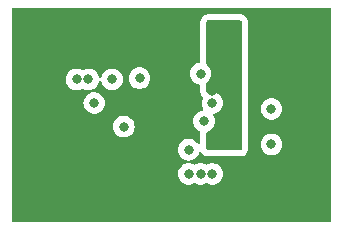
<source format=gbr>
G04 #@! TF.GenerationSoftware,KiCad,Pcbnew,8.0.3*
G04 #@! TF.CreationDate,2024-08-02T23:53:27+02:00*
G04 #@! TF.ProjectId,powermod,706f7765-726d-46f6-942e-6b696361645f,rev?*
G04 #@! TF.SameCoordinates,PXf42400PY2719c40*
G04 #@! TF.FileFunction,Copper,L2,Inr*
G04 #@! TF.FilePolarity,Positive*
%FSLAX46Y46*%
G04 Gerber Fmt 4.6, Leading zero omitted, Abs format (unit mm)*
G04 Created by KiCad (PCBNEW 8.0.3) date 2024-08-02 23:53:27*
%MOMM*%
%LPD*%
G01*
G04 APERTURE LIST*
G04 #@! TA.AperFunction,HeatsinkPad*
%ADD10C,0.500000*%
G04 #@! TD*
G04 #@! TA.AperFunction,ViaPad*
%ADD11C,0.800000*%
G04 #@! TD*
G04 #@! TA.AperFunction,ViaPad*
%ADD12C,0.600000*%
G04 #@! TD*
G04 #@! TA.AperFunction,Profile*
%ADD13C,0.120000*%
G04 #@! TD*
G04 APERTURE END LIST*
D10*
X12390000Y-4670000D03*
X12390000Y-5970000D03*
X12390000Y-7270000D03*
X13690000Y-4670000D03*
X13690000Y-5970000D03*
X13690000Y-7270000D03*
D11*
X7000000Y-6000000D03*
X6500000Y-4000000D03*
X5500000Y-4000000D03*
X15000000Y-12000000D03*
X16000000Y-12000000D03*
X17000000Y-12000000D03*
X8000000Y-8000000D03*
X26000000Y-12000000D03*
X26000000Y-10000000D03*
X26000000Y-8000000D03*
X26000000Y-6000000D03*
X17000000Y-6000003D03*
X16000000Y-3510000D03*
X16294122Y-7546240D03*
X15000000Y-9944919D03*
X10840000Y-3899669D03*
X9500000Y-8000000D03*
X8500000Y-4000000D03*
X22000000Y-6500000D03*
X22000000Y-9500000D03*
X19000000Y-5000000D03*
X18000000Y-5000000D03*
X17000000Y-5000000D03*
X19000000Y500000D03*
X19000000Y-3500000D03*
X17500000Y-3500000D03*
X17500000Y500000D03*
X18500000Y-9500000D03*
X18500000Y-6500000D03*
X26000000Y1000000D03*
X25000000Y1000000D03*
X24000000Y1000000D03*
X26000000Y-4000000D03*
X25000000Y-4000000D03*
X24000000Y-4000000D03*
X13500000Y-8500000D03*
X13500000Y-9500000D03*
X13500000Y-10500000D03*
X12500000Y-10500000D03*
X12500000Y-9500000D03*
X12500000Y-8500000D03*
X13500000Y-3500000D03*
X13500000Y-2500000D03*
X13500000Y-1500000D03*
X12500000Y-3500000D03*
X12500000Y-2500000D03*
X12500000Y-1500000D03*
D12*
X1000000Y-4000000D03*
X1000000Y-6000000D03*
X1000000Y-10000000D03*
X1000000Y-12000000D03*
X1000000Y-8000000D03*
X1000000Y-14000000D03*
G04 #@! TA.AperFunction,Conductor*
G36*
X26931621Y1969498D02*
G01*
X26978114Y1915842D01*
X26989500Y1863500D01*
X26989500Y-15863500D01*
X26969498Y-15931621D01*
X26915842Y-15978114D01*
X26863500Y-15989500D01*
X136500Y-15989500D01*
X68379Y-15969498D01*
X21886Y-15915842D01*
X10500Y-15863500D01*
X10500Y-8000000D01*
X8586496Y-8000000D01*
X8606457Y-8189927D01*
X8617887Y-8225104D01*
X8665473Y-8371556D01*
X8665476Y-8371561D01*
X8760958Y-8536941D01*
X8760965Y-8536951D01*
X8888744Y-8678864D01*
X8888747Y-8678866D01*
X9043248Y-8791118D01*
X9217712Y-8868794D01*
X9404513Y-8908500D01*
X9595487Y-8908500D01*
X9782288Y-8868794D01*
X9956752Y-8791118D01*
X10111253Y-8678866D01*
X10239040Y-8536944D01*
X10334527Y-8371556D01*
X10393542Y-8189928D01*
X10413504Y-8000000D01*
X10393542Y-7810072D01*
X10334527Y-7628444D01*
X10239040Y-7463056D01*
X10239038Y-7463054D01*
X10239034Y-7463048D01*
X10111255Y-7321135D01*
X9956752Y-7208882D01*
X9782288Y-7131206D01*
X9595487Y-7091500D01*
X9404513Y-7091500D01*
X9217711Y-7131206D01*
X9043247Y-7208882D01*
X8888744Y-7321135D01*
X8760965Y-7463048D01*
X8760958Y-7463058D01*
X8665476Y-7628438D01*
X8665473Y-7628445D01*
X8606457Y-7810072D01*
X8586496Y-8000000D01*
X10500Y-8000000D01*
X10500Y-6000000D01*
X6086496Y-6000000D01*
X6106457Y-6189927D01*
X6136526Y-6282470D01*
X6165473Y-6371556D01*
X6165474Y-6371557D01*
X6165476Y-6371561D01*
X6260958Y-6536941D01*
X6260965Y-6536951D01*
X6388744Y-6678864D01*
X6388747Y-6678866D01*
X6543248Y-6791118D01*
X6717712Y-6868794D01*
X6904513Y-6908500D01*
X7095487Y-6908500D01*
X7282288Y-6868794D01*
X7456752Y-6791118D01*
X7611253Y-6678866D01*
X7612532Y-6677446D01*
X7739034Y-6536951D01*
X7739037Y-6536947D01*
X7739040Y-6536944D01*
X7834527Y-6371556D01*
X7893542Y-6189928D01*
X7913504Y-6000000D01*
X7893542Y-5810072D01*
X7834527Y-5628444D01*
X7739040Y-5463056D01*
X7739038Y-5463054D01*
X7739034Y-5463048D01*
X7611255Y-5321135D01*
X7456752Y-5208882D01*
X7282288Y-5131206D01*
X7095487Y-5091500D01*
X6904513Y-5091500D01*
X6904511Y-5091500D01*
X6886078Y-5095418D01*
X6815287Y-5090015D01*
X6759514Y-5047848D01*
X6750418Y-5088735D01*
X6699980Y-5138699D01*
X6691366Y-5142934D01*
X6543254Y-5208878D01*
X6543248Y-5208882D01*
X6388744Y-5321135D01*
X6260965Y-5463048D01*
X6260958Y-5463058D01*
X6165476Y-5628438D01*
X6165473Y-5628444D01*
X6164576Y-5631206D01*
X6106457Y-5810072D01*
X6086496Y-6000000D01*
X10500Y-6000000D01*
X10500Y-4000000D01*
X4586496Y-4000000D01*
X4606457Y-4189927D01*
X4632873Y-4271225D01*
X4665473Y-4371556D01*
X4665476Y-4371561D01*
X4760958Y-4536941D01*
X4760965Y-4536951D01*
X4888744Y-4678864D01*
X4888747Y-4678866D01*
X5043248Y-4791118D01*
X5217712Y-4868794D01*
X5404513Y-4908500D01*
X5595487Y-4908500D01*
X5782288Y-4868794D01*
X5948755Y-4794678D01*
X6019118Y-4785245D01*
X6051240Y-4794676D01*
X6217712Y-4868794D01*
X6404513Y-4908500D01*
X6595486Y-4908500D01*
X6595487Y-4908500D01*
X6613918Y-4904582D01*
X6684706Y-4909981D01*
X6740484Y-4952149D01*
X6749584Y-4911259D01*
X6800024Y-4861297D01*
X6808622Y-4857069D01*
X6956752Y-4791118D01*
X7111253Y-4678866D01*
X7111255Y-4678864D01*
X7239034Y-4536951D01*
X7239035Y-4536949D01*
X7239040Y-4536944D01*
X7334527Y-4371556D01*
X7380167Y-4231090D01*
X7420241Y-4172486D01*
X7485638Y-4144849D01*
X7555594Y-4156956D01*
X7607900Y-4204962D01*
X7619832Y-4231089D01*
X7665473Y-4371556D01*
X7665476Y-4371561D01*
X7760958Y-4536941D01*
X7760965Y-4536951D01*
X7888744Y-4678864D01*
X7888747Y-4678866D01*
X8043248Y-4791118D01*
X8217712Y-4868794D01*
X8404513Y-4908500D01*
X8595487Y-4908500D01*
X8782288Y-4868794D01*
X8956752Y-4791118D01*
X9111253Y-4678866D01*
X9111255Y-4678864D01*
X9239034Y-4536951D01*
X9239035Y-4536949D01*
X9239040Y-4536944D01*
X9334527Y-4371556D01*
X9393542Y-4189928D01*
X9413504Y-4000000D01*
X9402959Y-3899669D01*
X9926496Y-3899669D01*
X9946457Y-4089596D01*
X9968344Y-4156956D01*
X10005473Y-4271225D01*
X10005476Y-4271230D01*
X10100958Y-4436610D01*
X10100965Y-4436620D01*
X10228744Y-4578533D01*
X10228747Y-4578535D01*
X10383248Y-4690787D01*
X10557712Y-4768463D01*
X10744513Y-4808169D01*
X10935487Y-4808169D01*
X11122288Y-4768463D01*
X11296752Y-4690787D01*
X11451253Y-4578535D01*
X11487787Y-4537960D01*
X11579034Y-4436620D01*
X11579035Y-4436618D01*
X11579040Y-4436613D01*
X11674527Y-4271225D01*
X11733542Y-4089597D01*
X11753504Y-3899669D01*
X11733542Y-3709741D01*
X11674527Y-3528113D01*
X11579040Y-3362725D01*
X11579038Y-3362723D01*
X11579034Y-3362717D01*
X11451255Y-3220804D01*
X11296752Y-3108551D01*
X11122288Y-3030875D01*
X10935487Y-2991169D01*
X10744513Y-2991169D01*
X10557711Y-3030875D01*
X10383247Y-3108551D01*
X10228744Y-3220804D01*
X10100965Y-3362717D01*
X10100958Y-3362727D01*
X10005476Y-3528107D01*
X10005473Y-3528114D01*
X9946457Y-3709741D01*
X9926496Y-3899669D01*
X9402959Y-3899669D01*
X9393542Y-3810072D01*
X9334527Y-3628444D01*
X9239040Y-3463056D01*
X9239038Y-3463054D01*
X9239034Y-3463048D01*
X9111255Y-3321135D01*
X8956752Y-3208882D01*
X8782288Y-3131206D01*
X8595487Y-3091500D01*
X8404513Y-3091500D01*
X8217711Y-3131206D01*
X8043247Y-3208882D01*
X7888744Y-3321135D01*
X7760965Y-3463048D01*
X7760958Y-3463058D01*
X7665476Y-3628438D01*
X7665473Y-3628445D01*
X7619833Y-3768908D01*
X7579759Y-3827513D01*
X7514362Y-3855150D01*
X7444405Y-3843043D01*
X7392100Y-3795036D01*
X7380167Y-3768908D01*
X7360942Y-3709741D01*
X7334527Y-3628444D01*
X7239040Y-3463056D01*
X7239038Y-3463054D01*
X7239034Y-3463048D01*
X7111255Y-3321135D01*
X6956752Y-3208882D01*
X6782288Y-3131206D01*
X6595487Y-3091500D01*
X6404513Y-3091500D01*
X6217711Y-3131206D01*
X6112231Y-3178168D01*
X6051248Y-3205320D01*
X5980882Y-3214754D01*
X5948752Y-3205320D01*
X5782288Y-3131206D01*
X5595487Y-3091500D01*
X5404513Y-3091500D01*
X5217711Y-3131206D01*
X5043247Y-3208882D01*
X4888744Y-3321135D01*
X4760965Y-3463048D01*
X4760958Y-3463058D01*
X4665476Y-3628438D01*
X4665473Y-3628445D01*
X4606457Y-3810072D01*
X4586496Y-4000000D01*
X10500Y-4000000D01*
X10500Y-1000000D01*
X11925028Y-1000000D01*
X11925028Y-11000000D01*
X14157616Y-11000000D01*
X14156919Y-10290149D01*
X14165473Y-10316475D01*
X14165476Y-10316480D01*
X14260958Y-10481860D01*
X14260965Y-10481870D01*
X14388744Y-10623783D01*
X14388747Y-10623785D01*
X14543248Y-10736037D01*
X14717712Y-10813713D01*
X14884722Y-10849212D01*
X14947195Y-10882940D01*
X14981517Y-10945090D01*
X14976789Y-11015929D01*
X14934513Y-11072967D01*
X14884723Y-11095705D01*
X14717715Y-11131204D01*
X14543247Y-11208882D01*
X14388744Y-11321135D01*
X14260965Y-11463048D01*
X14260958Y-11463058D01*
X14165476Y-11628438D01*
X14165473Y-11628445D01*
X14106457Y-11810072D01*
X14086496Y-12000000D01*
X14106457Y-12189927D01*
X14136526Y-12282470D01*
X14165473Y-12371556D01*
X14165476Y-12371561D01*
X14260958Y-12536941D01*
X14260965Y-12536951D01*
X14388744Y-12678864D01*
X14388747Y-12678866D01*
X14543248Y-12791118D01*
X14717712Y-12868794D01*
X14904513Y-12908500D01*
X15095487Y-12908500D01*
X15282288Y-12868794D01*
X15448755Y-12794678D01*
X15519118Y-12785245D01*
X15551240Y-12794676D01*
X15717712Y-12868794D01*
X15904513Y-12908500D01*
X16095487Y-12908500D01*
X16282288Y-12868794D01*
X16448755Y-12794678D01*
X16519118Y-12785245D01*
X16551240Y-12794676D01*
X16717712Y-12868794D01*
X16904513Y-12908500D01*
X17095487Y-12908500D01*
X17282288Y-12868794D01*
X17456752Y-12791118D01*
X17611253Y-12678866D01*
X17739040Y-12536944D01*
X17834527Y-12371556D01*
X17893542Y-12189928D01*
X17913504Y-12000000D01*
X17893542Y-11810072D01*
X17834527Y-11628444D01*
X17739040Y-11463056D01*
X17739038Y-11463054D01*
X17739034Y-11463048D01*
X17611255Y-11321135D01*
X17456752Y-11208882D01*
X17282288Y-11131206D01*
X17095487Y-11091500D01*
X16904513Y-11091500D01*
X16717711Y-11131206D01*
X16612231Y-11178168D01*
X16551248Y-11205320D01*
X16480882Y-11214754D01*
X16448752Y-11205320D01*
X16282288Y-11131206D01*
X16095487Y-11091500D01*
X15904513Y-11091500D01*
X15717711Y-11131206D01*
X15612231Y-11178168D01*
X15551248Y-11205320D01*
X15480882Y-11214754D01*
X15448752Y-11205320D01*
X15282288Y-11131206D01*
X15282287Y-11131205D01*
X15282283Y-11131204D01*
X15115277Y-11095705D01*
X15052803Y-11061977D01*
X15018482Y-10999827D01*
X15023210Y-10928988D01*
X15065486Y-10871951D01*
X15115275Y-10849212D01*
X15282288Y-10813713D01*
X15456752Y-10736037D01*
X15611253Y-10623785D01*
X15710555Y-10513499D01*
X15739034Y-10481870D01*
X15739035Y-10481868D01*
X15739040Y-10481863D01*
X15834527Y-10316475D01*
X15860992Y-10235023D01*
X15901066Y-10176418D01*
X15966462Y-10148781D01*
X16036419Y-10160888D01*
X16086823Y-10205840D01*
X16123306Y-10262609D01*
X16123315Y-10262621D01*
X16167575Y-10313700D01*
X16169396Y-10315920D01*
X16280258Y-10411980D01*
X16280261Y-10411982D01*
X16413210Y-10472698D01*
X16481331Y-10492700D01*
X16626000Y-10513500D01*
X16626004Y-10513500D01*
X19373994Y-10513500D01*
X19374000Y-10513500D01*
X19483149Y-10501766D01*
X19483158Y-10501764D01*
X19483159Y-10501764D01*
X19499303Y-10498251D01*
X19535491Y-10490380D01*
X19639657Y-10455710D01*
X19762612Y-10376692D01*
X19813721Y-10332405D01*
X19815924Y-10330598D01*
X19882308Y-10253984D01*
X19911982Y-10219739D01*
X19972698Y-10086790D01*
X19992700Y-10018669D01*
X20013500Y-9874000D01*
X20013500Y-9500000D01*
X21086496Y-9500000D01*
X21106457Y-9689927D01*
X21127598Y-9754991D01*
X21165473Y-9871556D01*
X21165476Y-9871561D01*
X21260958Y-10036941D01*
X21260965Y-10036951D01*
X21388744Y-10178864D01*
X21388747Y-10178866D01*
X21543248Y-10291118D01*
X21717712Y-10368794D01*
X21904513Y-10408500D01*
X22095487Y-10408500D01*
X22282288Y-10368794D01*
X22456752Y-10291118D01*
X22611253Y-10178866D01*
X22613457Y-10176418D01*
X22739034Y-10036951D01*
X22739035Y-10036949D01*
X22739040Y-10036944D01*
X22834527Y-9871556D01*
X22893542Y-9689928D01*
X22913504Y-9500000D01*
X22893542Y-9310072D01*
X22834527Y-9128444D01*
X22739040Y-8963056D01*
X22739038Y-8963054D01*
X22739034Y-8963048D01*
X22611255Y-8821135D01*
X22456752Y-8708882D01*
X22282288Y-8631206D01*
X22095487Y-8591500D01*
X21904513Y-8591500D01*
X21717711Y-8631206D01*
X21543247Y-8708882D01*
X21388744Y-8821135D01*
X21260965Y-8963048D01*
X21260958Y-8963058D01*
X21165476Y-9128438D01*
X21165473Y-9128445D01*
X21106457Y-9310072D01*
X21086496Y-9500000D01*
X20013500Y-9500000D01*
X20013500Y-6500000D01*
X21086496Y-6500000D01*
X21106457Y-6689927D01*
X21127641Y-6755122D01*
X21165473Y-6871556D01*
X21165476Y-6871561D01*
X21260958Y-7036941D01*
X21260965Y-7036951D01*
X21388744Y-7178864D01*
X21388747Y-7178866D01*
X21543248Y-7291118D01*
X21717712Y-7368794D01*
X21904513Y-7408500D01*
X22095487Y-7408500D01*
X22282288Y-7368794D01*
X22456752Y-7291118D01*
X22611253Y-7178866D01*
X22615018Y-7174685D01*
X22739034Y-7036951D01*
X22739035Y-7036949D01*
X22739040Y-7036944D01*
X22834527Y-6871556D01*
X22893542Y-6689928D01*
X22913504Y-6500000D01*
X22893542Y-6310072D01*
X22834527Y-6128444D01*
X22739040Y-5963056D01*
X22739038Y-5963054D01*
X22739034Y-5963048D01*
X22611255Y-5821135D01*
X22456752Y-5708882D01*
X22282288Y-5631206D01*
X22095487Y-5591500D01*
X21904513Y-5591500D01*
X21717711Y-5631206D01*
X21543247Y-5708882D01*
X21388744Y-5821135D01*
X21260965Y-5963048D01*
X21260958Y-5963058D01*
X21165476Y-6128438D01*
X21165473Y-6128445D01*
X21106457Y-6310072D01*
X21086496Y-6500000D01*
X20013500Y-6500000D01*
X20013500Y874000D01*
X20001766Y983149D01*
X19990380Y1035491D01*
X19955710Y1139657D01*
X19876692Y1262612D01*
X19832420Y1313704D01*
X19830600Y1315923D01*
X19719741Y1411981D01*
X19719738Y1411983D01*
X19586789Y1472699D01*
X19518677Y1492698D01*
X19518670Y1492700D01*
X19489735Y1496860D01*
X19374000Y1513500D01*
X16626000Y1513500D01*
X16625990Y1513500D01*
X16537267Y1503961D01*
X16516851Y1501766D01*
X16516848Y1501766D01*
X16516844Y1501765D01*
X16516840Y1501765D01*
X16464519Y1490383D01*
X16464498Y1490377D01*
X16360345Y1455712D01*
X16237385Y1376690D01*
X16186299Y1332424D01*
X16184080Y1330605D01*
X16088019Y1219742D01*
X16088017Y1219739D01*
X16027301Y1086790D01*
X16007302Y1018678D01*
X16007300Y1018671D01*
X16007300Y1018669D01*
X15986502Y874010D01*
X15986500Y873997D01*
X15986500Y-2482039D01*
X15966498Y-2550160D01*
X15912842Y-2596653D01*
X15886698Y-2605285D01*
X15717715Y-2641204D01*
X15543247Y-2718882D01*
X15388744Y-2831135D01*
X15260965Y-2973048D01*
X15260958Y-2973058D01*
X15165476Y-3138438D01*
X15165473Y-3138445D01*
X15106457Y-3320072D01*
X15086496Y-3510000D01*
X15106457Y-3699927D01*
X15109646Y-3709741D01*
X15165473Y-3881556D01*
X15165476Y-3881561D01*
X15260958Y-4046941D01*
X15260965Y-4046951D01*
X15388744Y-4188864D01*
X15410901Y-4204962D01*
X15543248Y-4301118D01*
X15717712Y-4378794D01*
X15886697Y-4414713D01*
X15949170Y-4448442D01*
X15983492Y-4510591D01*
X15986500Y-4537960D01*
X15986500Y-5034117D01*
X15991384Y-5104780D01*
X15996154Y-5139111D01*
X15996155Y-5139116D01*
X16010715Y-5208428D01*
X16010716Y-5208433D01*
X16070162Y-5341952D01*
X16107978Y-5402047D01*
X16107981Y-5402051D01*
X16162530Y-5466229D01*
X16191407Y-5531088D01*
X16180634Y-5601262D01*
X16175645Y-5610826D01*
X16165475Y-5628440D01*
X16165470Y-5628452D01*
X16106457Y-5810074D01*
X16086496Y-6000003D01*
X16106457Y-6189930D01*
X16136526Y-6282473D01*
X16165473Y-6371559D01*
X16165473Y-6371560D01*
X16165474Y-6371561D01*
X16219267Y-6464734D01*
X16236004Y-6533729D01*
X16212783Y-6600821D01*
X16156976Y-6644708D01*
X16136344Y-6650979D01*
X16011838Y-6677444D01*
X15837369Y-6755122D01*
X15682866Y-6867375D01*
X15555087Y-7009288D01*
X15555080Y-7009298D01*
X15459598Y-7174678D01*
X15459595Y-7174685D01*
X15400579Y-7356312D01*
X15380618Y-7546240D01*
X15400579Y-7736167D01*
X15424593Y-7810072D01*
X15459595Y-7917796D01*
X15459598Y-7917801D01*
X15555080Y-8083181D01*
X15555087Y-8083191D01*
X15682866Y-8225104D01*
X15682869Y-8225106D01*
X15837370Y-8337358D01*
X15916651Y-8372655D01*
X15970747Y-8418634D01*
X15991397Y-8486561D01*
X15990121Y-8505691D01*
X15986500Y-8530879D01*
X15986500Y-9366350D01*
X15966498Y-9434471D01*
X15912842Y-9480964D01*
X15842568Y-9491068D01*
X15777988Y-9461574D01*
X15751381Y-9429351D01*
X15739040Y-9407975D01*
X15739036Y-9407970D01*
X15739034Y-9407967D01*
X15611255Y-9266054D01*
X15456752Y-9153801D01*
X15282288Y-9076125D01*
X15095487Y-9036419D01*
X14904513Y-9036419D01*
X14717711Y-9076125D01*
X14543247Y-9153801D01*
X14388744Y-9266054D01*
X14260965Y-9407967D01*
X14260958Y-9407977D01*
X14165476Y-9573357D01*
X14165473Y-9573364D01*
X14156243Y-9601769D01*
X14147799Y-1000000D01*
X11925028Y-1000000D01*
X10500Y-1000000D01*
X10500Y1863500D01*
X30502Y1931621D01*
X84158Y1978114D01*
X136500Y1989500D01*
X26863500Y1989500D01*
X26931621Y1969498D01*
G37*
G04 #@! TD.AperFunction*
G04 #@! TA.AperFunction,Conductor*
G36*
X14156243Y-9601769D02*
G01*
X14106457Y-9754991D01*
X14086496Y-9944919D01*
X14106457Y-10134846D01*
X14134125Y-10219998D01*
X14156919Y-10290148D01*
X14157616Y-11000000D01*
X11925028Y-11000000D01*
X11925028Y-1000000D01*
X14147799Y-1000000D01*
X14156243Y-9601769D01*
G37*
G04 #@! TD.AperFunction*
G04 #@! TA.AperFunction,Conductor*
G36*
X19442121Y979998D02*
G01*
X19488614Y926342D01*
X19500000Y874000D01*
X19500000Y-9874000D01*
X19479998Y-9942121D01*
X19426342Y-9988614D01*
X19374000Y-10000000D01*
X16626000Y-10000000D01*
X16557879Y-9979998D01*
X16511386Y-9926342D01*
X16500000Y-9874000D01*
X16500000Y-8530879D01*
X16520002Y-8462758D01*
X16573658Y-8416265D01*
X16574752Y-8415772D01*
X16576410Y-8415034D01*
X16750874Y-8337358D01*
X16905375Y-8225106D01*
X17033162Y-8083184D01*
X17128649Y-7917796D01*
X17187664Y-7736168D01*
X17207626Y-7546240D01*
X17187664Y-7356312D01*
X17128649Y-7174684D01*
X17105700Y-7134936D01*
X17074855Y-7081509D01*
X17058117Y-7012513D01*
X17081338Y-6945421D01*
X17137145Y-6901534D01*
X17157771Y-6895263D01*
X17282288Y-6868797D01*
X17456752Y-6791121D01*
X17611253Y-6678869D01*
X17739040Y-6536947D01*
X17834527Y-6371559D01*
X17893542Y-6189931D01*
X17913504Y-6000003D01*
X17893542Y-5810075D01*
X17834527Y-5628447D01*
X17739040Y-5463059D01*
X17739038Y-5463057D01*
X17739034Y-5463051D01*
X17611255Y-5321138D01*
X17456752Y-5208885D01*
X17282288Y-5131209D01*
X17095487Y-5091503D01*
X16904513Y-5091503D01*
X16717709Y-5131209D01*
X16677248Y-5149224D01*
X16606881Y-5158658D01*
X16542584Y-5128551D01*
X16504771Y-5068462D01*
X16500000Y-5034117D01*
X16500000Y-4333896D01*
X16520002Y-4265775D01*
X16551939Y-4231960D01*
X16611253Y-4188866D01*
X16739040Y-4046944D01*
X16834527Y-3881556D01*
X16893542Y-3699928D01*
X16913504Y-3510000D01*
X16893542Y-3320072D01*
X16834527Y-3138444D01*
X16739040Y-2973056D01*
X16739038Y-2973054D01*
X16739034Y-2973048D01*
X16611257Y-2831137D01*
X16551937Y-2788037D01*
X16508584Y-2731813D01*
X16500000Y-2686102D01*
X16500000Y874000D01*
X16520002Y942121D01*
X16573658Y988614D01*
X16626000Y1000000D01*
X19374000Y1000000D01*
X19442121Y979998D01*
G37*
G04 #@! TD.AperFunction*
D13*
X0Y-16000000D02*
X27000000Y-16000000D01*
X27000000Y2000000D02*
X0Y2000000D01*
X27000000Y-16000000D02*
X27000000Y2000000D01*
X0Y2000000D02*
X0Y-16000000D01*
M02*

</source>
